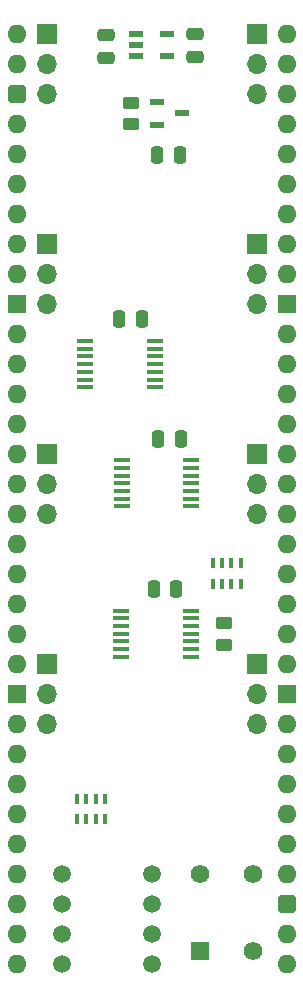
<source format=gbr>
%TF.GenerationSoftware,KiCad,Pcbnew,7.0.5*%
%TF.CreationDate,2024-01-10T15:41:59+02:00*%
%TF.ProjectId,Dual MPU Clock Generator,4475616c-204d-4505-9520-436c6f636b20,rev?*%
%TF.SameCoordinates,Original*%
%TF.FileFunction,Soldermask,Top*%
%TF.FilePolarity,Negative*%
%FSLAX46Y46*%
G04 Gerber Fmt 4.6, Leading zero omitted, Abs format (unit mm)*
G04 Created by KiCad (PCBNEW 7.0.5) date 2024-01-10 15:41:59*
%MOMM*%
%LPD*%
G01*
G04 APERTURE LIST*
G04 Aperture macros list*
%AMRoundRect*
0 Rectangle with rounded corners*
0 $1 Rounding radius*
0 $2 $3 $4 $5 $6 $7 $8 $9 X,Y pos of 4 corners*
0 Add a 4 corners polygon primitive as box body*
4,1,4,$2,$3,$4,$5,$6,$7,$8,$9,$2,$3,0*
0 Add four circle primitives for the rounded corners*
1,1,$1+$1,$2,$3*
1,1,$1+$1,$4,$5*
1,1,$1+$1,$6,$7*
1,1,$1+$1,$8,$9*
0 Add four rect primitives between the rounded corners*
20,1,$1+$1,$2,$3,$4,$5,0*
20,1,$1+$1,$4,$5,$6,$7,0*
20,1,$1+$1,$6,$7,$8,$9,0*
20,1,$1+$1,$8,$9,$2,$3,0*%
G04 Aperture macros list end*
%ADD10R,1.575000X1.575000*%
%ADD11C,1.575000*%
%ADD12C,1.509000*%
%ADD13R,0.450000X0.900000*%
%ADD14R,1.475000X0.450000*%
%ADD15R,1.250000X0.600000*%
%ADD16R,1.150000X0.600000*%
%ADD17RoundRect,0.250000X0.475000X-0.250000X0.475000X0.250000X-0.475000X0.250000X-0.475000X-0.250000X0*%
%ADD18R,1.700000X1.700000*%
%ADD19O,1.700000X1.700000*%
%ADD20O,1.600000X1.600000*%
%ADD21RoundRect,0.400000X-0.400000X-0.400000X0.400000X-0.400000X0.400000X0.400000X-0.400000X0.400000X0*%
%ADD22R,1.600000X1.600000*%
%ADD23RoundRect,0.250000X0.250000X0.475000X-0.250000X0.475000X-0.250000X-0.475000X0.250000X-0.475000X0*%
%ADD24RoundRect,0.250000X-0.450000X0.262500X-0.450000X-0.262500X0.450000X-0.262500X0.450000X0.262500X0*%
%ADD25RoundRect,0.250000X-0.250000X-0.475000X0.250000X-0.475000X0.250000X0.475000X-0.250000X0.475000X0*%
G04 APERTURE END LIST*
D10*
%TO.C,S2*%
X104430000Y-136040000D03*
D11*
X104430000Y-129540000D03*
X108930000Y-136040000D03*
X108930000Y-129540000D03*
%TD*%
D12*
%TO.C,S1*%
X92710000Y-129540000D03*
X92710000Y-132080000D03*
X92710000Y-134620000D03*
X92710000Y-137160000D03*
X100330000Y-137160000D03*
X100330000Y-134620000D03*
X100330000Y-132080000D03*
X100330000Y-129540000D03*
%TD*%
D13*
%TO.C,RN1*%
X96380000Y-123190000D03*
X95580000Y-123190000D03*
X94780000Y-123190000D03*
X93980000Y-123190000D03*
X93980000Y-124890000D03*
X94780000Y-124890000D03*
X95580000Y-124890000D03*
X96380000Y-124890000D03*
%TD*%
D14*
%TO.C,IC9*%
X97790000Y-94540000D03*
X97790000Y-95190000D03*
X97790000Y-95840000D03*
X97790000Y-96490000D03*
X97790000Y-97140000D03*
X97790000Y-97790000D03*
X97790000Y-98440000D03*
X103666000Y-98440000D03*
X103666000Y-97790000D03*
X103666000Y-97140000D03*
X103666000Y-96490000D03*
X103666000Y-95840000D03*
X103666000Y-95190000D03*
X103666000Y-94540000D03*
%TD*%
D15*
%TO.C,IC8*%
X100770000Y-64201000D03*
X100770000Y-66101000D03*
X102870000Y-65151000D03*
%TD*%
D14*
%TO.C,IC7*%
X97773000Y-107270000D03*
X97773000Y-107920000D03*
X97773000Y-108570000D03*
X97773000Y-109220000D03*
X97773000Y-109870000D03*
X97773000Y-110520000D03*
X97773000Y-111170000D03*
X103649000Y-111170000D03*
X103649000Y-110520000D03*
X103649000Y-109870000D03*
X103649000Y-109220000D03*
X103649000Y-108570000D03*
X103649000Y-107920000D03*
X103649000Y-107270000D03*
%TD*%
%TO.C,IC3*%
X94695000Y-84440000D03*
X94695000Y-85090000D03*
X94695000Y-85740000D03*
X94695000Y-86390000D03*
X94695000Y-87040000D03*
X94695000Y-87690000D03*
X94695000Y-88340000D03*
X100571000Y-88340000D03*
X100571000Y-87690000D03*
X100571000Y-87040000D03*
X100571000Y-86390000D03*
X100571000Y-85740000D03*
X100571000Y-85090000D03*
X100571000Y-84440000D03*
%TD*%
D16*
%TO.C,IC1*%
X99000000Y-58420000D03*
X99000000Y-59370000D03*
X99000000Y-60320000D03*
X101600000Y-60320000D03*
X101600000Y-58420000D03*
%TD*%
D17*
%TO.C,C10*%
X96490000Y-60431000D03*
X96490000Y-58531000D03*
%TD*%
D18*
%TO.C,J7*%
X109220000Y-93980000D03*
D19*
X109220000Y-96520000D03*
X109220000Y-99060000D03*
%TD*%
D20*
%TO.C,J1*%
X88900000Y-58420000D03*
X88900000Y-60960000D03*
D21*
X88900000Y-63500000D03*
D20*
X88900000Y-66040000D03*
X88900000Y-68580000D03*
X88900000Y-71120000D03*
X88900000Y-73660000D03*
X88900000Y-76200000D03*
X88900000Y-78740000D03*
D22*
X88900000Y-81280000D03*
D20*
X88900000Y-83820000D03*
X88900000Y-86360000D03*
X88900000Y-88900000D03*
X88900000Y-91440000D03*
X88900000Y-93980000D03*
X88900000Y-96520000D03*
X88900000Y-99060000D03*
X88900000Y-101600000D03*
X88900000Y-104140000D03*
X88900000Y-106680000D03*
X88900000Y-109220000D03*
X88900000Y-111760000D03*
D22*
X88900000Y-114300000D03*
D20*
X88900000Y-116840000D03*
X88900000Y-119380000D03*
X88900000Y-121920000D03*
X88900000Y-124460000D03*
X88900000Y-127000000D03*
X88900000Y-129540000D03*
X88900000Y-132080000D03*
X88900000Y-134620000D03*
X88900000Y-137160000D03*
X111760000Y-137160000D03*
X111760000Y-134620000D03*
D21*
X111760000Y-132080000D03*
D20*
X111760000Y-129540000D03*
X111760000Y-127000000D03*
X111760000Y-124460000D03*
X111760000Y-121920000D03*
X111760000Y-119380000D03*
X111760000Y-116840000D03*
D22*
X111760000Y-114300000D03*
D20*
X111760000Y-111760000D03*
X111760000Y-109220000D03*
X111760000Y-106680000D03*
X111760000Y-104140000D03*
X111760000Y-101600000D03*
X111760000Y-99060000D03*
X111760000Y-96520000D03*
X111760000Y-93980000D03*
X111760000Y-91440000D03*
X111760000Y-88900000D03*
X111760000Y-86360000D03*
X111760000Y-83820000D03*
D22*
X111760000Y-81280000D03*
D20*
X111760000Y-78740000D03*
X111760000Y-76200000D03*
X111760000Y-73660000D03*
X111760000Y-71120000D03*
X111760000Y-68580000D03*
X111760000Y-66040000D03*
X111760000Y-63500000D03*
X111760000Y-60960000D03*
X111760000Y-58420000D03*
%TD*%
D23*
%TO.C,C6*%
X102407000Y-105410000D03*
X100507000Y-105410000D03*
%TD*%
D18*
%TO.C,J9*%
X109220000Y-111760000D03*
D19*
X109220000Y-114300000D03*
X109220000Y-116840000D03*
%TD*%
D18*
%TO.C,J6*%
X91440000Y-93980000D03*
D19*
X91440000Y-96520000D03*
X91440000Y-99060000D03*
%TD*%
D23*
%TO.C,C2*%
X99486000Y-82580000D03*
X97586000Y-82580000D03*
%TD*%
D13*
%TO.C,RN2*%
X107880000Y-103261000D03*
X107080000Y-103261000D03*
X106280000Y-103261000D03*
X105480000Y-103261000D03*
X105480000Y-104961000D03*
X106280000Y-104961000D03*
X107080000Y-104961000D03*
X107880000Y-104961000D03*
%TD*%
D24*
%TO.C,R2*%
X98562000Y-64238500D03*
X98562000Y-66063500D03*
%TD*%
D17*
%TO.C,C11*%
X103983000Y-60365000D03*
X103983000Y-58465000D03*
%TD*%
D18*
%TO.C,J5*%
X109220000Y-76200000D03*
D19*
X109220000Y-78740000D03*
X109220000Y-81280000D03*
%TD*%
D18*
%TO.C,J2*%
X91440000Y-58420000D03*
D19*
X91440000Y-60960000D03*
X91440000Y-63500000D03*
%TD*%
D18*
%TO.C,J4*%
X91440000Y-76200000D03*
D19*
X91440000Y-78740000D03*
X91440000Y-81280000D03*
%TD*%
D24*
%TO.C,R1*%
X106436000Y-108307500D03*
X106436000Y-110132500D03*
%TD*%
D25*
%TO.C,C8*%
X100793000Y-68707000D03*
X102693000Y-68707000D03*
%TD*%
D18*
%TO.C,J3*%
X109220000Y-58420000D03*
D19*
X109220000Y-60960000D03*
X109220000Y-63500000D03*
%TD*%
D18*
%TO.C,J8*%
X91440000Y-111760000D03*
D19*
X91440000Y-114300000D03*
X91440000Y-116840000D03*
%TD*%
D23*
%TO.C,C1*%
X102788000Y-92710000D03*
X100888000Y-92710000D03*
%TD*%
M02*

</source>
